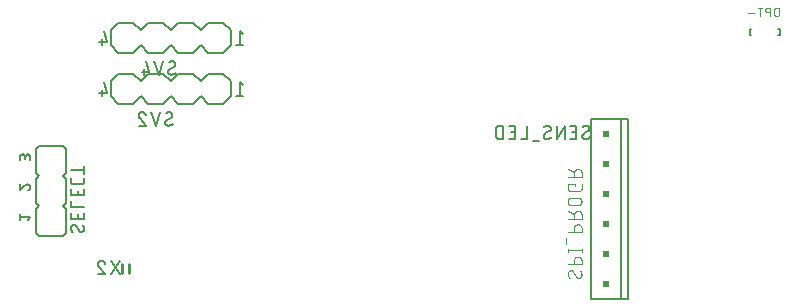
<source format=gbr>
G04 EAGLE Gerber RS-274X export*
G75*
%MOMM*%
%FSLAX34Y34*%
%LPD*%
%INSilkscreen Bottom*%
%IPPOS*%
%AMOC8*
5,1,8,0,0,1.08239X$1,22.5*%
G01*
%ADD10C,0.152400*%
%ADD11C,0.076200*%
%ADD12C,0.127000*%
%ADD13C,0.254000*%
%ADD14R,0.508000X0.508000*%
%ADD15C,0.101600*%


D10*
X807720Y558800D02*
X807720Y553720D01*
X782320Y553720D02*
X782320Y558800D01*
X783590Y558800D01*
X783590Y553720D02*
X782320Y553720D01*
X806450Y553720D02*
X807720Y553720D01*
X807720Y558800D02*
X806450Y558800D01*
D11*
X807339Y571387D02*
X807339Y574661D01*
X807337Y574750D01*
X807331Y574839D01*
X807321Y574928D01*
X807308Y575016D01*
X807291Y575104D01*
X807269Y575191D01*
X807244Y575276D01*
X807216Y575361D01*
X807183Y575444D01*
X807147Y575526D01*
X807108Y575606D01*
X807065Y575684D01*
X807019Y575760D01*
X806969Y575835D01*
X806916Y575907D01*
X806860Y575976D01*
X806801Y576043D01*
X806740Y576108D01*
X806675Y576169D01*
X806608Y576228D01*
X806539Y576284D01*
X806467Y576337D01*
X806392Y576387D01*
X806316Y576433D01*
X806238Y576476D01*
X806158Y576515D01*
X806076Y576551D01*
X805993Y576584D01*
X805908Y576612D01*
X805823Y576637D01*
X805736Y576659D01*
X805648Y576676D01*
X805560Y576689D01*
X805471Y576699D01*
X805382Y576705D01*
X805293Y576707D01*
X805204Y576705D01*
X805115Y576699D01*
X805026Y576689D01*
X804938Y576676D01*
X804850Y576659D01*
X804763Y576637D01*
X804678Y576612D01*
X804593Y576584D01*
X804510Y576551D01*
X804428Y576515D01*
X804348Y576476D01*
X804270Y576433D01*
X804194Y576387D01*
X804119Y576337D01*
X804047Y576284D01*
X803978Y576228D01*
X803911Y576169D01*
X803846Y576108D01*
X803785Y576043D01*
X803726Y575976D01*
X803670Y575907D01*
X803617Y575835D01*
X803567Y575760D01*
X803521Y575684D01*
X803478Y575606D01*
X803439Y575526D01*
X803403Y575444D01*
X803370Y575361D01*
X803342Y575276D01*
X803317Y575191D01*
X803295Y575104D01*
X803278Y575016D01*
X803265Y574928D01*
X803255Y574839D01*
X803249Y574750D01*
X803247Y574661D01*
X803247Y571387D01*
X803249Y571298D01*
X803255Y571209D01*
X803265Y571120D01*
X803278Y571032D01*
X803295Y570944D01*
X803317Y570857D01*
X803342Y570772D01*
X803370Y570687D01*
X803403Y570604D01*
X803439Y570522D01*
X803478Y570442D01*
X803521Y570364D01*
X803567Y570288D01*
X803617Y570213D01*
X803670Y570141D01*
X803726Y570072D01*
X803785Y570005D01*
X803846Y569940D01*
X803911Y569879D01*
X803978Y569820D01*
X804047Y569764D01*
X804119Y569711D01*
X804194Y569661D01*
X804270Y569615D01*
X804348Y569572D01*
X804428Y569533D01*
X804510Y569497D01*
X804593Y569464D01*
X804678Y569436D01*
X804763Y569411D01*
X804850Y569389D01*
X804938Y569372D01*
X805026Y569359D01*
X805115Y569349D01*
X805204Y569343D01*
X805293Y569341D01*
X805382Y569343D01*
X805471Y569349D01*
X805560Y569359D01*
X805648Y569372D01*
X805736Y569389D01*
X805823Y569411D01*
X805908Y569436D01*
X805993Y569464D01*
X806076Y569497D01*
X806158Y569533D01*
X806238Y569572D01*
X806316Y569615D01*
X806392Y569661D01*
X806467Y569711D01*
X806539Y569764D01*
X806608Y569820D01*
X806675Y569879D01*
X806740Y569940D01*
X806801Y570005D01*
X806860Y570072D01*
X806916Y570141D01*
X806969Y570213D01*
X807019Y570288D01*
X807065Y570364D01*
X807108Y570442D01*
X807147Y570522D01*
X807183Y570604D01*
X807216Y570687D01*
X807244Y570772D01*
X807269Y570857D01*
X807291Y570944D01*
X807308Y571032D01*
X807321Y571120D01*
X807331Y571209D01*
X807337Y571298D01*
X807339Y571387D01*
X799662Y569341D02*
X799662Y576707D01*
X797616Y576707D01*
X797527Y576705D01*
X797438Y576699D01*
X797349Y576689D01*
X797261Y576676D01*
X797173Y576659D01*
X797086Y576637D01*
X797001Y576612D01*
X796916Y576584D01*
X796833Y576551D01*
X796751Y576515D01*
X796671Y576476D01*
X796593Y576433D01*
X796517Y576387D01*
X796442Y576337D01*
X796370Y576284D01*
X796301Y576228D01*
X796234Y576169D01*
X796169Y576108D01*
X796108Y576043D01*
X796049Y575976D01*
X795993Y575907D01*
X795940Y575835D01*
X795890Y575760D01*
X795844Y575684D01*
X795801Y575606D01*
X795762Y575526D01*
X795726Y575444D01*
X795693Y575361D01*
X795665Y575276D01*
X795640Y575191D01*
X795618Y575104D01*
X795601Y575016D01*
X795588Y574928D01*
X795578Y574839D01*
X795572Y574750D01*
X795570Y574661D01*
X795572Y574572D01*
X795578Y574483D01*
X795588Y574394D01*
X795601Y574306D01*
X795618Y574218D01*
X795640Y574131D01*
X795665Y574046D01*
X795693Y573961D01*
X795726Y573878D01*
X795762Y573796D01*
X795801Y573716D01*
X795844Y573638D01*
X795890Y573562D01*
X795940Y573487D01*
X795993Y573415D01*
X796049Y573346D01*
X796108Y573279D01*
X796169Y573214D01*
X796234Y573153D01*
X796301Y573094D01*
X796370Y573038D01*
X796442Y572985D01*
X796517Y572935D01*
X796593Y572889D01*
X796671Y572846D01*
X796751Y572807D01*
X796833Y572771D01*
X796916Y572738D01*
X797001Y572710D01*
X797086Y572685D01*
X797173Y572663D01*
X797261Y572646D01*
X797349Y572633D01*
X797438Y572623D01*
X797527Y572617D01*
X797616Y572615D01*
X799662Y572615D01*
X791150Y569341D02*
X791150Y576707D01*
X793196Y576707D02*
X789104Y576707D01*
X786290Y572206D02*
X781380Y572206D01*
D12*
X643255Y465455D02*
X643155Y465457D01*
X643056Y465463D01*
X642956Y465473D01*
X642858Y465486D01*
X642759Y465504D01*
X642662Y465525D01*
X642566Y465550D01*
X642470Y465579D01*
X642376Y465612D01*
X642283Y465648D01*
X642192Y465688D01*
X642102Y465732D01*
X642014Y465779D01*
X641928Y465829D01*
X641844Y465883D01*
X641762Y465940D01*
X641683Y466000D01*
X641605Y466064D01*
X641531Y466130D01*
X641459Y466199D01*
X641390Y466271D01*
X641324Y466345D01*
X641260Y466423D01*
X641200Y466502D01*
X641143Y466584D01*
X641089Y466668D01*
X641039Y466754D01*
X640992Y466842D01*
X640948Y466932D01*
X640908Y467023D01*
X640872Y467116D01*
X640839Y467210D01*
X640810Y467306D01*
X640785Y467402D01*
X640764Y467499D01*
X640746Y467598D01*
X640733Y467696D01*
X640723Y467796D01*
X640717Y467895D01*
X640715Y467995D01*
X643255Y465455D02*
X643396Y465457D01*
X643537Y465462D01*
X643678Y465472D01*
X643819Y465485D01*
X643959Y465501D01*
X644099Y465522D01*
X644238Y465546D01*
X644377Y465574D01*
X644514Y465605D01*
X644651Y465640D01*
X644787Y465678D01*
X644922Y465720D01*
X645055Y465766D01*
X645188Y465815D01*
X645319Y465868D01*
X645448Y465924D01*
X645577Y465983D01*
X645703Y466046D01*
X645828Y466112D01*
X645951Y466181D01*
X646072Y466254D01*
X646191Y466330D01*
X646309Y466409D01*
X646424Y466490D01*
X646536Y466575D01*
X646647Y466663D01*
X646755Y466754D01*
X646861Y466847D01*
X646964Y466944D01*
X647065Y467043D01*
X646748Y474345D02*
X646746Y474445D01*
X646740Y474544D01*
X646730Y474644D01*
X646717Y474742D01*
X646699Y474841D01*
X646678Y474938D01*
X646653Y475034D01*
X646624Y475130D01*
X646591Y475224D01*
X646555Y475317D01*
X646515Y475408D01*
X646471Y475498D01*
X646424Y475586D01*
X646374Y475672D01*
X646320Y475756D01*
X646263Y475838D01*
X646203Y475917D01*
X646139Y475995D01*
X646073Y476069D01*
X646004Y476141D01*
X645932Y476210D01*
X645858Y476276D01*
X645780Y476340D01*
X645701Y476400D01*
X645619Y476457D01*
X645535Y476511D01*
X645449Y476561D01*
X645361Y476608D01*
X645271Y476652D01*
X645180Y476692D01*
X645087Y476728D01*
X644993Y476761D01*
X644897Y476790D01*
X644801Y476815D01*
X644704Y476836D01*
X644605Y476854D01*
X644507Y476867D01*
X644407Y476877D01*
X644308Y476883D01*
X644208Y476885D01*
X644208Y476886D02*
X644075Y476884D01*
X643942Y476879D01*
X643809Y476869D01*
X643676Y476856D01*
X643544Y476839D01*
X643412Y476819D01*
X643281Y476795D01*
X643151Y476767D01*
X643021Y476736D01*
X642893Y476701D01*
X642765Y476662D01*
X642639Y476620D01*
X642514Y476574D01*
X642390Y476525D01*
X642267Y476473D01*
X642146Y476417D01*
X642027Y476357D01*
X641909Y476295D01*
X641794Y476229D01*
X641680Y476160D01*
X641568Y476087D01*
X641458Y476012D01*
X641350Y475933D01*
X645478Y472122D02*
X645562Y472174D01*
X645645Y472229D01*
X645725Y472288D01*
X645803Y472349D01*
X645878Y472413D01*
X645951Y472481D01*
X646022Y472551D01*
X646089Y472623D01*
X646154Y472698D01*
X646216Y472776D01*
X646275Y472856D01*
X646331Y472938D01*
X646383Y473022D01*
X646432Y473108D01*
X646478Y473196D01*
X646521Y473286D01*
X646560Y473377D01*
X646595Y473470D01*
X646627Y473564D01*
X646655Y473659D01*
X646680Y473755D01*
X646700Y473852D01*
X646718Y473950D01*
X646731Y474048D01*
X646740Y474147D01*
X646746Y474246D01*
X646748Y474345D01*
X641985Y470218D02*
X641901Y470166D01*
X641818Y470111D01*
X641738Y470052D01*
X641660Y469991D01*
X641585Y469927D01*
X641512Y469859D01*
X641441Y469789D01*
X641374Y469717D01*
X641309Y469642D01*
X641247Y469564D01*
X641188Y469484D01*
X641132Y469402D01*
X641080Y469318D01*
X641031Y469232D01*
X640985Y469144D01*
X640942Y469054D01*
X640903Y468963D01*
X640868Y468870D01*
X640836Y468776D01*
X640808Y468681D01*
X640783Y468585D01*
X640763Y468488D01*
X640745Y468390D01*
X640732Y468292D01*
X640723Y468193D01*
X640717Y468094D01*
X640715Y467995D01*
X641985Y470218D02*
X645478Y472123D01*
X635610Y465455D02*
X630530Y465455D01*
X635610Y465455D02*
X635610Y476885D01*
X630530Y476885D01*
X631800Y471805D02*
X635610Y471805D01*
X625729Y476885D02*
X625729Y465455D01*
X619379Y465455D02*
X625729Y476885D01*
X619379Y476885D02*
X619379Y465455D01*
X610489Y465455D02*
X610389Y465457D01*
X610290Y465463D01*
X610190Y465473D01*
X610092Y465486D01*
X609993Y465504D01*
X609896Y465525D01*
X609800Y465550D01*
X609704Y465579D01*
X609610Y465612D01*
X609517Y465648D01*
X609426Y465688D01*
X609336Y465732D01*
X609248Y465779D01*
X609162Y465829D01*
X609078Y465883D01*
X608996Y465940D01*
X608917Y466000D01*
X608839Y466064D01*
X608765Y466130D01*
X608693Y466199D01*
X608624Y466271D01*
X608558Y466345D01*
X608494Y466423D01*
X608434Y466502D01*
X608377Y466584D01*
X608323Y466668D01*
X608273Y466754D01*
X608226Y466842D01*
X608182Y466932D01*
X608142Y467023D01*
X608106Y467116D01*
X608073Y467210D01*
X608044Y467306D01*
X608019Y467402D01*
X607998Y467499D01*
X607980Y467598D01*
X607967Y467696D01*
X607957Y467796D01*
X607951Y467895D01*
X607949Y467995D01*
X610489Y465455D02*
X610630Y465457D01*
X610771Y465462D01*
X610912Y465472D01*
X611053Y465485D01*
X611193Y465501D01*
X611333Y465522D01*
X611472Y465546D01*
X611611Y465574D01*
X611748Y465605D01*
X611885Y465640D01*
X612021Y465678D01*
X612156Y465720D01*
X612289Y465766D01*
X612422Y465815D01*
X612553Y465868D01*
X612682Y465924D01*
X612811Y465983D01*
X612937Y466046D01*
X613062Y466112D01*
X613185Y466181D01*
X613306Y466254D01*
X613425Y466330D01*
X613543Y466409D01*
X613658Y466490D01*
X613770Y466575D01*
X613881Y466663D01*
X613989Y466754D01*
X614095Y466847D01*
X614198Y466944D01*
X614299Y467043D01*
X613982Y474345D02*
X613980Y474445D01*
X613974Y474544D01*
X613964Y474644D01*
X613951Y474742D01*
X613933Y474841D01*
X613912Y474938D01*
X613887Y475034D01*
X613858Y475130D01*
X613825Y475224D01*
X613789Y475317D01*
X613749Y475408D01*
X613705Y475498D01*
X613658Y475586D01*
X613608Y475672D01*
X613554Y475756D01*
X613497Y475838D01*
X613437Y475917D01*
X613373Y475995D01*
X613307Y476069D01*
X613238Y476141D01*
X613166Y476210D01*
X613092Y476276D01*
X613014Y476340D01*
X612935Y476400D01*
X612853Y476457D01*
X612769Y476511D01*
X612683Y476561D01*
X612595Y476608D01*
X612505Y476652D01*
X612414Y476692D01*
X612321Y476728D01*
X612227Y476761D01*
X612131Y476790D01*
X612035Y476815D01*
X611938Y476836D01*
X611839Y476854D01*
X611741Y476867D01*
X611641Y476877D01*
X611542Y476883D01*
X611442Y476885D01*
X611442Y476886D02*
X611309Y476884D01*
X611176Y476879D01*
X611043Y476869D01*
X610910Y476856D01*
X610778Y476839D01*
X610646Y476819D01*
X610515Y476795D01*
X610385Y476767D01*
X610255Y476736D01*
X610127Y476701D01*
X609999Y476662D01*
X609873Y476620D01*
X609748Y476574D01*
X609624Y476525D01*
X609501Y476473D01*
X609380Y476417D01*
X609261Y476357D01*
X609143Y476295D01*
X609028Y476229D01*
X608914Y476160D01*
X608802Y476087D01*
X608692Y476012D01*
X608584Y475933D01*
X612712Y472122D02*
X612796Y472174D01*
X612879Y472229D01*
X612959Y472288D01*
X613037Y472349D01*
X613112Y472413D01*
X613185Y472481D01*
X613256Y472551D01*
X613323Y472623D01*
X613388Y472698D01*
X613450Y472776D01*
X613509Y472856D01*
X613565Y472938D01*
X613617Y473022D01*
X613666Y473108D01*
X613712Y473196D01*
X613755Y473286D01*
X613794Y473377D01*
X613829Y473470D01*
X613861Y473564D01*
X613889Y473659D01*
X613914Y473755D01*
X613934Y473852D01*
X613952Y473950D01*
X613965Y474048D01*
X613974Y474147D01*
X613980Y474246D01*
X613982Y474345D01*
X609219Y470218D02*
X609135Y470166D01*
X609052Y470111D01*
X608972Y470052D01*
X608894Y469991D01*
X608819Y469927D01*
X608746Y469859D01*
X608675Y469789D01*
X608608Y469717D01*
X608543Y469642D01*
X608481Y469564D01*
X608422Y469484D01*
X608366Y469402D01*
X608314Y469318D01*
X608265Y469232D01*
X608219Y469144D01*
X608176Y469054D01*
X608137Y468963D01*
X608102Y468870D01*
X608070Y468776D01*
X608042Y468681D01*
X608017Y468585D01*
X607997Y468488D01*
X607979Y468390D01*
X607966Y468292D01*
X607957Y468193D01*
X607951Y468094D01*
X607949Y467995D01*
X609219Y470218D02*
X612712Y472123D01*
X603758Y464185D02*
X598678Y464185D01*
X593700Y465455D02*
X593700Y476885D01*
X593700Y465455D02*
X588620Y465455D01*
X583794Y465455D02*
X578714Y465455D01*
X583794Y465455D02*
X583794Y476885D01*
X578714Y476885D01*
X579984Y471805D02*
X583794Y471805D01*
X573913Y476885D02*
X573913Y465455D01*
X573913Y476885D02*
X570738Y476885D01*
X570627Y476883D01*
X570517Y476877D01*
X570406Y476868D01*
X570296Y476854D01*
X570187Y476837D01*
X570078Y476816D01*
X569970Y476791D01*
X569863Y476762D01*
X569757Y476730D01*
X569652Y476694D01*
X569549Y476654D01*
X569447Y476611D01*
X569346Y476564D01*
X569247Y476513D01*
X569151Y476460D01*
X569056Y476403D01*
X568963Y476342D01*
X568872Y476279D01*
X568783Y476212D01*
X568697Y476142D01*
X568614Y476069D01*
X568532Y475994D01*
X568454Y475916D01*
X568379Y475834D01*
X568306Y475751D01*
X568236Y475665D01*
X568169Y475576D01*
X568106Y475485D01*
X568045Y475392D01*
X567988Y475298D01*
X567935Y475201D01*
X567884Y475102D01*
X567837Y475001D01*
X567794Y474899D01*
X567754Y474796D01*
X567718Y474691D01*
X567686Y474585D01*
X567657Y474478D01*
X567632Y474370D01*
X567611Y474261D01*
X567594Y474152D01*
X567580Y474042D01*
X567571Y473931D01*
X567565Y473821D01*
X567563Y473710D01*
X567563Y468630D01*
X567565Y468519D01*
X567571Y468409D01*
X567580Y468298D01*
X567594Y468188D01*
X567611Y468079D01*
X567632Y467970D01*
X567657Y467862D01*
X567686Y467755D01*
X567718Y467649D01*
X567754Y467544D01*
X567794Y467441D01*
X567837Y467339D01*
X567884Y467238D01*
X567935Y467139D01*
X567988Y467043D01*
X568045Y466948D01*
X568106Y466855D01*
X568169Y466764D01*
X568236Y466675D01*
X568306Y466589D01*
X568379Y466506D01*
X568454Y466424D01*
X568532Y466346D01*
X568614Y466271D01*
X568697Y466198D01*
X568783Y466128D01*
X568872Y466061D01*
X568963Y465998D01*
X569056Y465937D01*
X569151Y465880D01*
X569247Y465827D01*
X569346Y465776D01*
X569447Y465729D01*
X569549Y465686D01*
X569652Y465646D01*
X569757Y465610D01*
X569863Y465578D01*
X569970Y465549D01*
X570078Y465524D01*
X570187Y465503D01*
X570296Y465486D01*
X570406Y465472D01*
X570517Y465463D01*
X570627Y465457D01*
X570738Y465455D01*
X573913Y465455D01*
D13*
X257302Y359410D02*
X257302Y351790D01*
X250698Y351790D02*
X250698Y359410D01*
D12*
X248920Y351155D02*
X241300Y362585D01*
X248920Y362585D02*
X241300Y351155D01*
X230505Y359728D02*
X230507Y359832D01*
X230513Y359937D01*
X230522Y360041D01*
X230535Y360144D01*
X230553Y360247D01*
X230573Y360349D01*
X230598Y360451D01*
X230626Y360551D01*
X230658Y360651D01*
X230694Y360749D01*
X230733Y360846D01*
X230775Y360941D01*
X230821Y361035D01*
X230871Y361127D01*
X230923Y361217D01*
X230979Y361305D01*
X231039Y361391D01*
X231101Y361475D01*
X231166Y361556D01*
X231234Y361635D01*
X231306Y361712D01*
X231379Y361785D01*
X231456Y361857D01*
X231535Y361925D01*
X231616Y361990D01*
X231700Y362052D01*
X231786Y362112D01*
X231874Y362168D01*
X231964Y362220D01*
X232056Y362270D01*
X232150Y362316D01*
X232245Y362358D01*
X232342Y362397D01*
X232440Y362433D01*
X232540Y362465D01*
X232640Y362493D01*
X232742Y362518D01*
X232844Y362538D01*
X232947Y362556D01*
X233050Y362569D01*
X233154Y362578D01*
X233259Y362584D01*
X233363Y362586D01*
X233363Y362585D02*
X233481Y362583D01*
X233600Y362577D01*
X233718Y362568D01*
X233835Y362555D01*
X233952Y362537D01*
X234069Y362517D01*
X234185Y362492D01*
X234300Y362464D01*
X234413Y362431D01*
X234526Y362396D01*
X234638Y362356D01*
X234748Y362314D01*
X234857Y362267D01*
X234965Y362217D01*
X235070Y362164D01*
X235174Y362107D01*
X235276Y362047D01*
X235376Y361984D01*
X235474Y361917D01*
X235570Y361848D01*
X235663Y361775D01*
X235754Y361699D01*
X235843Y361621D01*
X235929Y361539D01*
X236012Y361455D01*
X236093Y361369D01*
X236170Y361279D01*
X236245Y361188D01*
X236317Y361094D01*
X236386Y360997D01*
X236451Y360899D01*
X236514Y360798D01*
X236573Y360695D01*
X236629Y360591D01*
X236681Y360485D01*
X236730Y360377D01*
X236775Y360268D01*
X236817Y360157D01*
X236855Y360045D01*
X231457Y357506D02*
X231381Y357581D01*
X231306Y357660D01*
X231235Y357741D01*
X231166Y357825D01*
X231101Y357911D01*
X231039Y357999D01*
X230979Y358089D01*
X230923Y358181D01*
X230870Y358276D01*
X230821Y358372D01*
X230775Y358470D01*
X230732Y358569D01*
X230693Y358670D01*
X230658Y358772D01*
X230626Y358875D01*
X230598Y358979D01*
X230573Y359084D01*
X230552Y359191D01*
X230535Y359297D01*
X230522Y359404D01*
X230513Y359512D01*
X230507Y359620D01*
X230505Y359728D01*
X231458Y357505D02*
X236855Y351155D01*
X230505Y351155D01*
D10*
X647700Y330200D02*
X673100Y330200D01*
X673100Y482600D01*
X647700Y482600D01*
X647700Y330200D01*
X673100Y330200D02*
X679450Y330200D01*
X679450Y482600D01*
X673100Y482600D01*
D14*
X660400Y393700D03*
X660400Y368300D03*
X660400Y342900D03*
X660400Y419100D03*
X660400Y444500D03*
X660400Y469900D03*
D15*
X630992Y354217D02*
X630893Y354215D01*
X630793Y354209D01*
X630694Y354200D01*
X630596Y354187D01*
X630498Y354170D01*
X630400Y354149D01*
X630304Y354124D01*
X630209Y354096D01*
X630115Y354064D01*
X630022Y354029D01*
X629930Y353990D01*
X629840Y353947D01*
X629752Y353902D01*
X629665Y353852D01*
X629581Y353800D01*
X629498Y353744D01*
X629418Y353686D01*
X629340Y353624D01*
X629265Y353559D01*
X629192Y353491D01*
X629122Y353421D01*
X629054Y353348D01*
X628989Y353273D01*
X628927Y353195D01*
X628869Y353115D01*
X628813Y353032D01*
X628761Y352948D01*
X628711Y352861D01*
X628666Y352773D01*
X628623Y352683D01*
X628584Y352591D01*
X628549Y352498D01*
X628517Y352404D01*
X628489Y352309D01*
X628464Y352213D01*
X628443Y352115D01*
X628426Y352017D01*
X628413Y351919D01*
X628404Y351820D01*
X628398Y351720D01*
X628396Y351621D01*
X628398Y351477D01*
X628404Y351332D01*
X628413Y351188D01*
X628426Y351045D01*
X628443Y350901D01*
X628464Y350758D01*
X628489Y350616D01*
X628517Y350475D01*
X628549Y350334D01*
X628585Y350194D01*
X628624Y350055D01*
X628667Y349917D01*
X628714Y349781D01*
X628764Y349645D01*
X628818Y349511D01*
X628875Y349379D01*
X628936Y349248D01*
X629000Y349119D01*
X629068Y348991D01*
X629138Y348865D01*
X629213Y348741D01*
X629290Y348620D01*
X629371Y348500D01*
X629454Y348382D01*
X629541Y348267D01*
X629631Y348154D01*
X629724Y348043D01*
X629819Y347935D01*
X629918Y347829D01*
X630019Y347726D01*
X637484Y348051D02*
X637583Y348053D01*
X637683Y348059D01*
X637782Y348068D01*
X637880Y348081D01*
X637978Y348098D01*
X638076Y348119D01*
X638172Y348144D01*
X638267Y348172D01*
X638361Y348204D01*
X638454Y348239D01*
X638546Y348278D01*
X638636Y348321D01*
X638724Y348366D01*
X638811Y348416D01*
X638895Y348468D01*
X638978Y348524D01*
X639058Y348582D01*
X639136Y348644D01*
X639211Y348709D01*
X639284Y348777D01*
X639354Y348847D01*
X639422Y348920D01*
X639487Y348995D01*
X639549Y349073D01*
X639607Y349153D01*
X639663Y349236D01*
X639715Y349320D01*
X639765Y349407D01*
X639810Y349495D01*
X639853Y349585D01*
X639892Y349677D01*
X639927Y349770D01*
X639959Y349864D01*
X639987Y349959D01*
X640012Y350056D01*
X640033Y350153D01*
X640050Y350251D01*
X640063Y350349D01*
X640072Y350448D01*
X640078Y350548D01*
X640080Y350647D01*
X640078Y350783D01*
X640072Y350919D01*
X640063Y351055D01*
X640050Y351191D01*
X640032Y351326D01*
X640012Y351460D01*
X639987Y351594D01*
X639959Y351728D01*
X639926Y351860D01*
X639891Y351991D01*
X639851Y352122D01*
X639808Y352251D01*
X639762Y352379D01*
X639711Y352505D01*
X639658Y352631D01*
X639600Y352754D01*
X639540Y352876D01*
X639476Y352996D01*
X639408Y353115D01*
X639338Y353231D01*
X639264Y353345D01*
X639187Y353458D01*
X639106Y353568D01*
X635212Y349349D02*
X635265Y349263D01*
X635322Y349179D01*
X635381Y349097D01*
X635444Y349017D01*
X635510Y348940D01*
X635578Y348865D01*
X635650Y348793D01*
X635724Y348724D01*
X635801Y348658D01*
X635880Y348595D01*
X635962Y348535D01*
X636046Y348478D01*
X636132Y348424D01*
X636220Y348374D01*
X636310Y348327D01*
X636401Y348283D01*
X636495Y348244D01*
X636589Y348207D01*
X636685Y348175D01*
X636783Y348146D01*
X636881Y348121D01*
X636980Y348100D01*
X637080Y348082D01*
X637180Y348069D01*
X637281Y348059D01*
X637383Y348053D01*
X637484Y348051D01*
X633264Y352919D02*
X633211Y353005D01*
X633154Y353089D01*
X633095Y353171D01*
X633032Y353251D01*
X632966Y353328D01*
X632898Y353403D01*
X632826Y353475D01*
X632752Y353544D01*
X632675Y353610D01*
X632596Y353673D01*
X632514Y353733D01*
X632430Y353790D01*
X632344Y353844D01*
X632256Y353894D01*
X632166Y353941D01*
X632075Y353985D01*
X631981Y354024D01*
X631887Y354061D01*
X631791Y354093D01*
X631693Y354122D01*
X631595Y354147D01*
X631496Y354168D01*
X631396Y354186D01*
X631296Y354199D01*
X631195Y354209D01*
X631093Y354215D01*
X630992Y354217D01*
X633264Y352919D02*
X635212Y349349D01*
X640080Y359325D02*
X628396Y359325D01*
X640080Y359325D02*
X640080Y362571D01*
X640078Y362684D01*
X640072Y362797D01*
X640062Y362910D01*
X640048Y363023D01*
X640031Y363135D01*
X640009Y363246D01*
X639984Y363356D01*
X639954Y363466D01*
X639921Y363574D01*
X639884Y363681D01*
X639844Y363787D01*
X639799Y363891D01*
X639751Y363994D01*
X639700Y364095D01*
X639645Y364194D01*
X639587Y364291D01*
X639525Y364386D01*
X639460Y364479D01*
X639392Y364569D01*
X639321Y364657D01*
X639246Y364743D01*
X639169Y364826D01*
X639089Y364906D01*
X639006Y364983D01*
X638920Y365058D01*
X638832Y365129D01*
X638742Y365197D01*
X638649Y365262D01*
X638554Y365324D01*
X638457Y365382D01*
X638358Y365437D01*
X638257Y365488D01*
X638154Y365536D01*
X638050Y365581D01*
X637944Y365621D01*
X637837Y365658D01*
X637729Y365691D01*
X637619Y365721D01*
X637509Y365746D01*
X637398Y365768D01*
X637286Y365785D01*
X637173Y365799D01*
X637060Y365809D01*
X636947Y365815D01*
X636834Y365817D01*
X636721Y365815D01*
X636608Y365809D01*
X636495Y365799D01*
X636382Y365785D01*
X636270Y365768D01*
X636159Y365746D01*
X636049Y365721D01*
X635939Y365691D01*
X635831Y365658D01*
X635724Y365621D01*
X635618Y365581D01*
X635514Y365536D01*
X635411Y365488D01*
X635310Y365437D01*
X635211Y365382D01*
X635114Y365324D01*
X635019Y365262D01*
X634926Y365197D01*
X634836Y365129D01*
X634748Y365058D01*
X634662Y364983D01*
X634579Y364906D01*
X634499Y364826D01*
X634422Y364743D01*
X634347Y364657D01*
X634276Y364569D01*
X634208Y364479D01*
X634143Y364386D01*
X634081Y364291D01*
X634023Y364194D01*
X633968Y364095D01*
X633917Y363994D01*
X633869Y363891D01*
X633824Y363787D01*
X633784Y363681D01*
X633747Y363574D01*
X633714Y363466D01*
X633684Y363356D01*
X633659Y363246D01*
X633637Y363135D01*
X633620Y363023D01*
X633606Y362910D01*
X633596Y362797D01*
X633590Y362684D01*
X633588Y362571D01*
X633589Y362571D02*
X633589Y359325D01*
X628396Y371165D02*
X640080Y371165D01*
X628396Y369866D02*
X628396Y372463D01*
X640080Y372463D02*
X640080Y369866D01*
X627098Y376569D02*
X627098Y381762D01*
X628396Y386757D02*
X640080Y386757D01*
X640080Y390003D01*
X640078Y390116D01*
X640072Y390229D01*
X640062Y390342D01*
X640048Y390455D01*
X640031Y390567D01*
X640009Y390678D01*
X639984Y390788D01*
X639954Y390898D01*
X639921Y391006D01*
X639884Y391113D01*
X639844Y391219D01*
X639799Y391323D01*
X639751Y391426D01*
X639700Y391527D01*
X639645Y391626D01*
X639587Y391723D01*
X639525Y391818D01*
X639460Y391911D01*
X639392Y392001D01*
X639321Y392089D01*
X639246Y392175D01*
X639169Y392258D01*
X639089Y392338D01*
X639006Y392415D01*
X638920Y392490D01*
X638832Y392561D01*
X638742Y392629D01*
X638649Y392694D01*
X638554Y392756D01*
X638457Y392814D01*
X638358Y392869D01*
X638257Y392920D01*
X638154Y392968D01*
X638050Y393013D01*
X637944Y393053D01*
X637837Y393090D01*
X637729Y393123D01*
X637619Y393153D01*
X637509Y393178D01*
X637398Y393200D01*
X637286Y393217D01*
X637173Y393231D01*
X637060Y393241D01*
X636947Y393247D01*
X636834Y393249D01*
X636721Y393247D01*
X636608Y393241D01*
X636495Y393231D01*
X636382Y393217D01*
X636270Y393200D01*
X636159Y393178D01*
X636049Y393153D01*
X635939Y393123D01*
X635831Y393090D01*
X635724Y393053D01*
X635618Y393013D01*
X635514Y392968D01*
X635411Y392920D01*
X635310Y392869D01*
X635211Y392814D01*
X635114Y392756D01*
X635019Y392694D01*
X634926Y392629D01*
X634836Y392561D01*
X634748Y392490D01*
X634662Y392415D01*
X634579Y392338D01*
X634499Y392258D01*
X634422Y392175D01*
X634347Y392089D01*
X634276Y392001D01*
X634208Y391911D01*
X634143Y391818D01*
X634081Y391723D01*
X634023Y391626D01*
X633968Y391527D01*
X633917Y391426D01*
X633869Y391323D01*
X633824Y391219D01*
X633784Y391113D01*
X633747Y391006D01*
X633714Y390898D01*
X633684Y390788D01*
X633659Y390678D01*
X633637Y390567D01*
X633620Y390455D01*
X633606Y390342D01*
X633596Y390229D01*
X633590Y390116D01*
X633588Y390003D01*
X633589Y390003D02*
X633589Y386757D01*
X628396Y398092D02*
X640080Y398092D01*
X640080Y401337D01*
X640078Y401450D01*
X640072Y401563D01*
X640062Y401676D01*
X640048Y401789D01*
X640031Y401901D01*
X640009Y402012D01*
X639984Y402122D01*
X639954Y402232D01*
X639921Y402340D01*
X639884Y402447D01*
X639844Y402553D01*
X639799Y402657D01*
X639751Y402760D01*
X639700Y402861D01*
X639645Y402960D01*
X639587Y403057D01*
X639525Y403152D01*
X639460Y403245D01*
X639392Y403335D01*
X639321Y403423D01*
X639246Y403509D01*
X639169Y403592D01*
X639089Y403672D01*
X639006Y403749D01*
X638920Y403824D01*
X638832Y403895D01*
X638742Y403963D01*
X638649Y404028D01*
X638554Y404090D01*
X638457Y404148D01*
X638358Y404203D01*
X638257Y404254D01*
X638154Y404302D01*
X638050Y404347D01*
X637944Y404387D01*
X637837Y404424D01*
X637729Y404457D01*
X637619Y404487D01*
X637509Y404512D01*
X637398Y404534D01*
X637286Y404551D01*
X637173Y404565D01*
X637060Y404575D01*
X636947Y404581D01*
X636834Y404583D01*
X636721Y404581D01*
X636608Y404575D01*
X636495Y404565D01*
X636382Y404551D01*
X636270Y404534D01*
X636159Y404512D01*
X636049Y404487D01*
X635939Y404457D01*
X635831Y404424D01*
X635724Y404387D01*
X635618Y404347D01*
X635514Y404302D01*
X635411Y404254D01*
X635310Y404203D01*
X635211Y404148D01*
X635114Y404090D01*
X635019Y404028D01*
X634926Y403963D01*
X634836Y403895D01*
X634748Y403824D01*
X634662Y403749D01*
X634579Y403672D01*
X634499Y403592D01*
X634422Y403509D01*
X634347Y403423D01*
X634276Y403335D01*
X634208Y403245D01*
X634143Y403152D01*
X634081Y403057D01*
X634023Y402960D01*
X633968Y402861D01*
X633917Y402760D01*
X633869Y402657D01*
X633824Y402553D01*
X633784Y402447D01*
X633747Y402340D01*
X633714Y402232D01*
X633684Y402122D01*
X633659Y402012D01*
X633637Y401901D01*
X633620Y401789D01*
X633606Y401676D01*
X633596Y401563D01*
X633590Y401450D01*
X633588Y401337D01*
X633589Y401337D02*
X633589Y398092D01*
X633589Y401986D02*
X628396Y404583D01*
X631642Y409448D02*
X636834Y409448D01*
X636834Y409447D02*
X636947Y409449D01*
X637060Y409455D01*
X637173Y409465D01*
X637286Y409479D01*
X637398Y409496D01*
X637509Y409518D01*
X637619Y409543D01*
X637729Y409573D01*
X637837Y409606D01*
X637944Y409643D01*
X638050Y409683D01*
X638154Y409728D01*
X638257Y409776D01*
X638358Y409827D01*
X638457Y409882D01*
X638554Y409940D01*
X638649Y410002D01*
X638742Y410067D01*
X638832Y410135D01*
X638920Y410206D01*
X639006Y410281D01*
X639089Y410358D01*
X639169Y410438D01*
X639246Y410521D01*
X639321Y410607D01*
X639392Y410695D01*
X639460Y410785D01*
X639525Y410878D01*
X639587Y410973D01*
X639645Y411070D01*
X639700Y411169D01*
X639751Y411270D01*
X639799Y411373D01*
X639844Y411477D01*
X639884Y411583D01*
X639921Y411690D01*
X639954Y411798D01*
X639984Y411908D01*
X640009Y412018D01*
X640031Y412129D01*
X640048Y412241D01*
X640062Y412354D01*
X640072Y412467D01*
X640078Y412580D01*
X640080Y412693D01*
X640078Y412806D01*
X640072Y412919D01*
X640062Y413032D01*
X640048Y413145D01*
X640031Y413257D01*
X640009Y413368D01*
X639984Y413478D01*
X639954Y413588D01*
X639921Y413696D01*
X639884Y413803D01*
X639844Y413909D01*
X639799Y414013D01*
X639751Y414116D01*
X639700Y414217D01*
X639645Y414316D01*
X639587Y414413D01*
X639525Y414508D01*
X639460Y414601D01*
X639392Y414691D01*
X639321Y414779D01*
X639246Y414865D01*
X639169Y414948D01*
X639089Y415028D01*
X639006Y415105D01*
X638920Y415180D01*
X638832Y415251D01*
X638742Y415319D01*
X638649Y415384D01*
X638554Y415446D01*
X638457Y415504D01*
X638358Y415559D01*
X638257Y415610D01*
X638154Y415658D01*
X638050Y415703D01*
X637944Y415743D01*
X637837Y415780D01*
X637729Y415813D01*
X637619Y415843D01*
X637509Y415868D01*
X637398Y415890D01*
X637286Y415907D01*
X637173Y415921D01*
X637060Y415931D01*
X636947Y415937D01*
X636834Y415939D01*
X631642Y415939D01*
X631529Y415937D01*
X631416Y415931D01*
X631303Y415921D01*
X631190Y415907D01*
X631078Y415890D01*
X630967Y415868D01*
X630857Y415843D01*
X630747Y415813D01*
X630639Y415780D01*
X630532Y415743D01*
X630426Y415703D01*
X630322Y415658D01*
X630219Y415610D01*
X630118Y415559D01*
X630019Y415504D01*
X629922Y415446D01*
X629827Y415384D01*
X629734Y415319D01*
X629644Y415251D01*
X629556Y415180D01*
X629470Y415105D01*
X629387Y415028D01*
X629307Y414948D01*
X629230Y414865D01*
X629155Y414779D01*
X629084Y414691D01*
X629016Y414601D01*
X628951Y414508D01*
X628889Y414413D01*
X628831Y414316D01*
X628776Y414217D01*
X628725Y414116D01*
X628677Y414013D01*
X628632Y413909D01*
X628592Y413803D01*
X628555Y413696D01*
X628522Y413588D01*
X628492Y413478D01*
X628467Y413368D01*
X628445Y413257D01*
X628428Y413145D01*
X628414Y413032D01*
X628404Y412919D01*
X628398Y412806D01*
X628396Y412693D01*
X628398Y412580D01*
X628404Y412467D01*
X628414Y412354D01*
X628428Y412241D01*
X628445Y412129D01*
X628467Y412018D01*
X628492Y411908D01*
X628522Y411798D01*
X628555Y411690D01*
X628592Y411583D01*
X628632Y411477D01*
X628677Y411373D01*
X628725Y411270D01*
X628776Y411169D01*
X628831Y411070D01*
X628889Y410973D01*
X628951Y410878D01*
X629016Y410785D01*
X629084Y410695D01*
X629155Y410607D01*
X629230Y410521D01*
X629307Y410438D01*
X629387Y410358D01*
X629470Y410281D01*
X629556Y410206D01*
X629644Y410135D01*
X629734Y410067D01*
X629827Y410002D01*
X629922Y409940D01*
X630019Y409882D01*
X630118Y409827D01*
X630219Y409776D01*
X630322Y409728D01*
X630426Y409683D01*
X630532Y409643D01*
X630639Y409606D01*
X630747Y409573D01*
X630857Y409543D01*
X630967Y409518D01*
X631078Y409496D01*
X631190Y409479D01*
X631303Y409465D01*
X631416Y409455D01*
X631529Y409449D01*
X631642Y409447D01*
X634887Y425803D02*
X634887Y427750D01*
X628396Y427750D01*
X628396Y423855D01*
X628398Y423756D01*
X628404Y423656D01*
X628413Y423557D01*
X628426Y423459D01*
X628443Y423361D01*
X628464Y423263D01*
X628489Y423167D01*
X628517Y423072D01*
X628549Y422978D01*
X628584Y422885D01*
X628623Y422793D01*
X628666Y422703D01*
X628711Y422615D01*
X628761Y422528D01*
X628813Y422444D01*
X628869Y422361D01*
X628927Y422281D01*
X628989Y422203D01*
X629054Y422128D01*
X629122Y422055D01*
X629192Y421985D01*
X629265Y421917D01*
X629340Y421852D01*
X629418Y421790D01*
X629498Y421732D01*
X629581Y421676D01*
X629665Y421624D01*
X629752Y421574D01*
X629840Y421529D01*
X629930Y421486D01*
X630022Y421447D01*
X630115Y421412D01*
X630209Y421380D01*
X630304Y421352D01*
X630400Y421327D01*
X630498Y421306D01*
X630596Y421289D01*
X630694Y421276D01*
X630793Y421267D01*
X630893Y421261D01*
X630992Y421259D01*
X637484Y421259D01*
X637583Y421261D01*
X637683Y421267D01*
X637782Y421276D01*
X637880Y421289D01*
X637978Y421306D01*
X638076Y421327D01*
X638172Y421352D01*
X638267Y421380D01*
X638361Y421412D01*
X638454Y421447D01*
X638546Y421486D01*
X638636Y421529D01*
X638724Y421574D01*
X638811Y421624D01*
X638895Y421676D01*
X638978Y421732D01*
X639058Y421790D01*
X639136Y421852D01*
X639211Y421917D01*
X639284Y421985D01*
X639354Y422055D01*
X639422Y422128D01*
X639487Y422203D01*
X639549Y422281D01*
X639607Y422361D01*
X639663Y422444D01*
X639715Y422528D01*
X639765Y422615D01*
X639810Y422703D01*
X639853Y422793D01*
X639892Y422885D01*
X639927Y422977D01*
X639959Y423072D01*
X639987Y423167D01*
X640012Y423263D01*
X640033Y423361D01*
X640050Y423459D01*
X640063Y423557D01*
X640072Y423656D01*
X640078Y423756D01*
X640080Y423855D01*
X640080Y427750D01*
X640080Y433524D02*
X628396Y433524D01*
X640080Y433524D02*
X640080Y436770D01*
X640078Y436883D01*
X640072Y436996D01*
X640062Y437109D01*
X640048Y437222D01*
X640031Y437334D01*
X640009Y437445D01*
X639984Y437555D01*
X639954Y437665D01*
X639921Y437773D01*
X639884Y437880D01*
X639844Y437986D01*
X639799Y438090D01*
X639751Y438193D01*
X639700Y438294D01*
X639645Y438393D01*
X639587Y438490D01*
X639525Y438585D01*
X639460Y438678D01*
X639392Y438768D01*
X639321Y438856D01*
X639246Y438942D01*
X639169Y439025D01*
X639089Y439105D01*
X639006Y439182D01*
X638920Y439257D01*
X638832Y439328D01*
X638742Y439396D01*
X638649Y439461D01*
X638554Y439523D01*
X638457Y439581D01*
X638358Y439636D01*
X638257Y439687D01*
X638154Y439735D01*
X638050Y439780D01*
X637944Y439820D01*
X637837Y439857D01*
X637729Y439890D01*
X637619Y439920D01*
X637509Y439945D01*
X637398Y439967D01*
X637286Y439984D01*
X637173Y439998D01*
X637060Y440008D01*
X636947Y440014D01*
X636834Y440016D01*
X636721Y440014D01*
X636608Y440008D01*
X636495Y439998D01*
X636382Y439984D01*
X636270Y439967D01*
X636159Y439945D01*
X636049Y439920D01*
X635939Y439890D01*
X635831Y439857D01*
X635724Y439820D01*
X635618Y439780D01*
X635514Y439735D01*
X635411Y439687D01*
X635310Y439636D01*
X635211Y439581D01*
X635114Y439523D01*
X635019Y439461D01*
X634926Y439396D01*
X634836Y439328D01*
X634748Y439257D01*
X634662Y439182D01*
X634579Y439105D01*
X634499Y439025D01*
X634422Y438942D01*
X634347Y438856D01*
X634276Y438768D01*
X634208Y438678D01*
X634143Y438585D01*
X634081Y438490D01*
X634023Y438393D01*
X633968Y438294D01*
X633917Y438193D01*
X633869Y438090D01*
X633824Y437986D01*
X633784Y437880D01*
X633747Y437773D01*
X633714Y437665D01*
X633684Y437555D01*
X633659Y437445D01*
X633637Y437334D01*
X633620Y437222D01*
X633606Y437109D01*
X633596Y436996D01*
X633590Y436883D01*
X633588Y436770D01*
X633589Y436770D02*
X633589Y433524D01*
X633589Y437419D02*
X628396Y440016D01*
D10*
X336550Y520700D02*
X323850Y520700D01*
X317500Y514350D01*
X317500Y501650D02*
X323850Y495300D01*
X317500Y514350D02*
X311150Y520700D01*
X298450Y520700D01*
X292100Y514350D01*
X292100Y501650D02*
X298450Y495300D01*
X311150Y495300D01*
X317500Y501650D01*
X342900Y501650D02*
X342900Y514350D01*
X336550Y520700D01*
X342900Y501650D02*
X336550Y495300D01*
X323850Y495300D01*
X292100Y514350D02*
X285750Y520700D01*
X273050Y520700D01*
X266700Y514350D01*
X266700Y501650D02*
X273050Y495300D01*
X285750Y495300D01*
X292100Y501650D01*
X260350Y520700D02*
X247650Y520700D01*
X241300Y514350D01*
X241300Y501650D01*
X247650Y495300D01*
X266700Y514350D02*
X260350Y520700D01*
X266700Y501650D02*
X260350Y495300D01*
X247650Y495300D01*
D12*
X350520Y513715D02*
X353695Y511175D01*
X350520Y513715D02*
X350520Y502285D01*
X353695Y502285D02*
X347345Y502285D01*
X238125Y504825D02*
X235585Y513715D01*
X238125Y504825D02*
X231775Y504825D01*
X233680Y507365D02*
X233680Y502285D01*
X287655Y479425D02*
X287657Y479325D01*
X287663Y479226D01*
X287673Y479126D01*
X287686Y479028D01*
X287704Y478929D01*
X287725Y478832D01*
X287750Y478736D01*
X287779Y478640D01*
X287812Y478546D01*
X287848Y478453D01*
X287888Y478362D01*
X287932Y478272D01*
X287979Y478184D01*
X288029Y478098D01*
X288083Y478014D01*
X288140Y477932D01*
X288200Y477853D01*
X288264Y477775D01*
X288330Y477701D01*
X288399Y477629D01*
X288471Y477560D01*
X288545Y477494D01*
X288623Y477430D01*
X288702Y477370D01*
X288784Y477313D01*
X288868Y477259D01*
X288954Y477209D01*
X289042Y477162D01*
X289132Y477118D01*
X289223Y477078D01*
X289316Y477042D01*
X289410Y477009D01*
X289506Y476980D01*
X289602Y476955D01*
X289699Y476934D01*
X289798Y476916D01*
X289896Y476903D01*
X289996Y476893D01*
X290095Y476887D01*
X290195Y476885D01*
X290336Y476887D01*
X290477Y476892D01*
X290618Y476902D01*
X290759Y476915D01*
X290899Y476931D01*
X291039Y476952D01*
X291178Y476976D01*
X291317Y477004D01*
X291454Y477035D01*
X291591Y477070D01*
X291727Y477108D01*
X291862Y477150D01*
X291995Y477196D01*
X292128Y477245D01*
X292259Y477298D01*
X292388Y477354D01*
X292517Y477413D01*
X292643Y477476D01*
X292768Y477542D01*
X292891Y477611D01*
X293012Y477684D01*
X293131Y477760D01*
X293249Y477839D01*
X293364Y477920D01*
X293476Y478005D01*
X293587Y478093D01*
X293695Y478184D01*
X293801Y478277D01*
X293904Y478374D01*
X294005Y478473D01*
X293688Y485775D02*
X293686Y485875D01*
X293680Y485974D01*
X293670Y486074D01*
X293657Y486172D01*
X293639Y486271D01*
X293618Y486368D01*
X293593Y486464D01*
X293564Y486560D01*
X293531Y486654D01*
X293495Y486747D01*
X293455Y486838D01*
X293411Y486928D01*
X293364Y487016D01*
X293314Y487102D01*
X293260Y487186D01*
X293203Y487268D01*
X293143Y487347D01*
X293079Y487425D01*
X293013Y487499D01*
X292944Y487571D01*
X292872Y487640D01*
X292798Y487706D01*
X292720Y487770D01*
X292641Y487830D01*
X292559Y487887D01*
X292475Y487941D01*
X292389Y487991D01*
X292301Y488038D01*
X292211Y488082D01*
X292120Y488122D01*
X292027Y488158D01*
X291933Y488191D01*
X291837Y488220D01*
X291741Y488245D01*
X291644Y488266D01*
X291545Y488284D01*
X291447Y488297D01*
X291347Y488307D01*
X291248Y488313D01*
X291148Y488315D01*
X291148Y488316D02*
X291015Y488314D01*
X290882Y488309D01*
X290749Y488299D01*
X290616Y488286D01*
X290484Y488269D01*
X290352Y488249D01*
X290221Y488225D01*
X290091Y488197D01*
X289961Y488166D01*
X289833Y488131D01*
X289705Y488092D01*
X289579Y488050D01*
X289454Y488004D01*
X289330Y487955D01*
X289207Y487903D01*
X289086Y487847D01*
X288967Y487787D01*
X288849Y487725D01*
X288734Y487659D01*
X288620Y487590D01*
X288508Y487517D01*
X288398Y487442D01*
X288290Y487363D01*
X292418Y483552D02*
X292502Y483604D01*
X292585Y483659D01*
X292665Y483718D01*
X292743Y483779D01*
X292818Y483843D01*
X292891Y483911D01*
X292962Y483981D01*
X293029Y484053D01*
X293094Y484128D01*
X293156Y484206D01*
X293215Y484286D01*
X293271Y484368D01*
X293323Y484452D01*
X293372Y484538D01*
X293418Y484626D01*
X293461Y484716D01*
X293500Y484807D01*
X293535Y484900D01*
X293567Y484994D01*
X293595Y485089D01*
X293620Y485185D01*
X293640Y485282D01*
X293658Y485380D01*
X293671Y485478D01*
X293680Y485577D01*
X293686Y485676D01*
X293688Y485775D01*
X288925Y481648D02*
X288841Y481596D01*
X288758Y481541D01*
X288678Y481482D01*
X288600Y481421D01*
X288525Y481357D01*
X288452Y481289D01*
X288381Y481219D01*
X288314Y481147D01*
X288249Y481072D01*
X288187Y480994D01*
X288128Y480914D01*
X288072Y480832D01*
X288020Y480748D01*
X287971Y480662D01*
X287925Y480574D01*
X287882Y480484D01*
X287843Y480393D01*
X287808Y480300D01*
X287776Y480206D01*
X287748Y480111D01*
X287723Y480015D01*
X287703Y479918D01*
X287685Y479820D01*
X287672Y479722D01*
X287663Y479623D01*
X287657Y479524D01*
X287655Y479425D01*
X288925Y481648D02*
X292418Y483553D01*
X283591Y488315D02*
X279781Y476885D01*
X275971Y488315D01*
X268034Y488316D02*
X267930Y488314D01*
X267825Y488308D01*
X267721Y488299D01*
X267618Y488286D01*
X267515Y488268D01*
X267413Y488248D01*
X267311Y488223D01*
X267211Y488195D01*
X267111Y488163D01*
X267013Y488127D01*
X266916Y488088D01*
X266821Y488046D01*
X266727Y488000D01*
X266635Y487950D01*
X266545Y487898D01*
X266457Y487842D01*
X266371Y487782D01*
X266287Y487720D01*
X266206Y487655D01*
X266127Y487587D01*
X266050Y487515D01*
X265977Y487442D01*
X265905Y487365D01*
X265837Y487286D01*
X265772Y487205D01*
X265710Y487121D01*
X265650Y487035D01*
X265594Y486947D01*
X265542Y486857D01*
X265492Y486765D01*
X265446Y486671D01*
X265404Y486576D01*
X265365Y486479D01*
X265329Y486381D01*
X265297Y486281D01*
X265269Y486181D01*
X265244Y486079D01*
X265224Y485977D01*
X265206Y485874D01*
X265193Y485771D01*
X265184Y485667D01*
X265178Y485562D01*
X265176Y485458D01*
X268034Y488315D02*
X268152Y488313D01*
X268271Y488307D01*
X268389Y488298D01*
X268506Y488285D01*
X268623Y488267D01*
X268740Y488247D01*
X268856Y488222D01*
X268971Y488194D01*
X269084Y488161D01*
X269197Y488126D01*
X269309Y488086D01*
X269419Y488044D01*
X269528Y487997D01*
X269636Y487947D01*
X269741Y487894D01*
X269845Y487837D01*
X269947Y487777D01*
X270047Y487714D01*
X270145Y487647D01*
X270241Y487578D01*
X270334Y487505D01*
X270425Y487429D01*
X270514Y487351D01*
X270600Y487269D01*
X270683Y487185D01*
X270764Y487099D01*
X270841Y487009D01*
X270916Y486918D01*
X270988Y486824D01*
X271057Y486727D01*
X271122Y486629D01*
X271185Y486528D01*
X271244Y486425D01*
X271300Y486321D01*
X271352Y486215D01*
X271401Y486107D01*
X271446Y485998D01*
X271488Y485887D01*
X271526Y485775D01*
X266128Y483236D02*
X266052Y483311D01*
X265977Y483390D01*
X265906Y483471D01*
X265837Y483555D01*
X265772Y483641D01*
X265710Y483729D01*
X265650Y483819D01*
X265594Y483911D01*
X265541Y484006D01*
X265492Y484102D01*
X265446Y484200D01*
X265403Y484299D01*
X265364Y484400D01*
X265329Y484502D01*
X265297Y484605D01*
X265269Y484709D01*
X265244Y484814D01*
X265223Y484921D01*
X265206Y485027D01*
X265193Y485134D01*
X265184Y485242D01*
X265178Y485350D01*
X265176Y485458D01*
X266129Y483235D02*
X271526Y476885D01*
X265176Y476885D01*
D10*
X323850Y563880D02*
X336550Y563880D01*
X323850Y563880D02*
X317500Y557530D01*
X317500Y544830D02*
X323850Y538480D01*
X317500Y557530D02*
X311150Y563880D01*
X298450Y563880D01*
X292100Y557530D01*
X292100Y544830D02*
X298450Y538480D01*
X311150Y538480D01*
X317500Y544830D01*
X342900Y544830D02*
X342900Y557530D01*
X336550Y563880D01*
X342900Y544830D02*
X336550Y538480D01*
X323850Y538480D01*
X292100Y557530D02*
X285750Y563880D01*
X273050Y563880D01*
X266700Y557530D01*
X266700Y544830D02*
X273050Y538480D01*
X285750Y538480D01*
X292100Y544830D01*
X260350Y563880D02*
X247650Y563880D01*
X241300Y557530D01*
X241300Y544830D01*
X247650Y538480D01*
X266700Y557530D02*
X260350Y563880D01*
X266700Y544830D02*
X260350Y538480D01*
X247650Y538480D01*
D12*
X350520Y556895D02*
X353695Y554355D01*
X350520Y556895D02*
X350520Y545465D01*
X353695Y545465D02*
X347345Y545465D01*
X238125Y548005D02*
X235585Y556895D01*
X238125Y548005D02*
X231775Y548005D01*
X233680Y550545D02*
X233680Y545465D01*
X290195Y522605D02*
X290197Y522505D01*
X290203Y522406D01*
X290213Y522306D01*
X290226Y522208D01*
X290244Y522109D01*
X290265Y522012D01*
X290290Y521916D01*
X290319Y521820D01*
X290352Y521726D01*
X290388Y521633D01*
X290428Y521542D01*
X290472Y521452D01*
X290519Y521364D01*
X290569Y521278D01*
X290623Y521194D01*
X290680Y521112D01*
X290740Y521033D01*
X290804Y520955D01*
X290870Y520881D01*
X290939Y520809D01*
X291011Y520740D01*
X291085Y520674D01*
X291163Y520610D01*
X291242Y520550D01*
X291324Y520493D01*
X291408Y520439D01*
X291494Y520389D01*
X291582Y520342D01*
X291672Y520298D01*
X291763Y520258D01*
X291856Y520222D01*
X291950Y520189D01*
X292046Y520160D01*
X292142Y520135D01*
X292239Y520114D01*
X292338Y520096D01*
X292436Y520083D01*
X292536Y520073D01*
X292635Y520067D01*
X292735Y520065D01*
X292876Y520067D01*
X293017Y520072D01*
X293158Y520082D01*
X293299Y520095D01*
X293439Y520111D01*
X293579Y520132D01*
X293718Y520156D01*
X293857Y520184D01*
X293994Y520215D01*
X294131Y520250D01*
X294267Y520288D01*
X294402Y520330D01*
X294535Y520376D01*
X294668Y520425D01*
X294799Y520478D01*
X294928Y520534D01*
X295057Y520593D01*
X295183Y520656D01*
X295308Y520722D01*
X295431Y520791D01*
X295552Y520864D01*
X295671Y520940D01*
X295789Y521019D01*
X295904Y521100D01*
X296016Y521185D01*
X296127Y521273D01*
X296235Y521364D01*
X296341Y521457D01*
X296444Y521554D01*
X296545Y521653D01*
X296228Y528955D02*
X296226Y529055D01*
X296220Y529154D01*
X296210Y529254D01*
X296197Y529352D01*
X296179Y529451D01*
X296158Y529548D01*
X296133Y529644D01*
X296104Y529740D01*
X296071Y529834D01*
X296035Y529927D01*
X295995Y530018D01*
X295951Y530108D01*
X295904Y530196D01*
X295854Y530282D01*
X295800Y530366D01*
X295743Y530448D01*
X295683Y530527D01*
X295619Y530605D01*
X295553Y530679D01*
X295484Y530751D01*
X295412Y530820D01*
X295338Y530886D01*
X295260Y530950D01*
X295181Y531010D01*
X295099Y531067D01*
X295015Y531121D01*
X294929Y531171D01*
X294841Y531218D01*
X294751Y531262D01*
X294660Y531302D01*
X294567Y531338D01*
X294473Y531371D01*
X294377Y531400D01*
X294281Y531425D01*
X294184Y531446D01*
X294085Y531464D01*
X293987Y531477D01*
X293887Y531487D01*
X293788Y531493D01*
X293688Y531495D01*
X293688Y531496D02*
X293555Y531494D01*
X293422Y531489D01*
X293289Y531479D01*
X293156Y531466D01*
X293024Y531449D01*
X292892Y531429D01*
X292761Y531405D01*
X292631Y531377D01*
X292501Y531346D01*
X292373Y531311D01*
X292245Y531272D01*
X292119Y531230D01*
X291994Y531184D01*
X291870Y531135D01*
X291747Y531083D01*
X291626Y531027D01*
X291507Y530967D01*
X291389Y530905D01*
X291274Y530839D01*
X291160Y530770D01*
X291048Y530697D01*
X290938Y530622D01*
X290830Y530543D01*
X294958Y526732D02*
X295042Y526784D01*
X295125Y526839D01*
X295205Y526898D01*
X295283Y526959D01*
X295358Y527023D01*
X295431Y527091D01*
X295502Y527161D01*
X295569Y527233D01*
X295634Y527308D01*
X295696Y527386D01*
X295755Y527466D01*
X295811Y527548D01*
X295863Y527632D01*
X295912Y527718D01*
X295958Y527806D01*
X296001Y527896D01*
X296040Y527987D01*
X296075Y528080D01*
X296107Y528174D01*
X296135Y528269D01*
X296160Y528365D01*
X296180Y528462D01*
X296198Y528560D01*
X296211Y528658D01*
X296220Y528757D01*
X296226Y528856D01*
X296228Y528955D01*
X291465Y524828D02*
X291381Y524776D01*
X291298Y524721D01*
X291218Y524662D01*
X291140Y524601D01*
X291065Y524537D01*
X290992Y524469D01*
X290921Y524399D01*
X290854Y524327D01*
X290789Y524252D01*
X290727Y524174D01*
X290668Y524094D01*
X290612Y524012D01*
X290560Y523928D01*
X290511Y523842D01*
X290465Y523754D01*
X290422Y523664D01*
X290383Y523573D01*
X290348Y523480D01*
X290316Y523386D01*
X290288Y523291D01*
X290263Y523195D01*
X290243Y523098D01*
X290225Y523000D01*
X290212Y522902D01*
X290203Y522803D01*
X290197Y522704D01*
X290195Y522605D01*
X291465Y524828D02*
X294958Y526733D01*
X286131Y531495D02*
X282321Y520065D01*
X278511Y531495D01*
X271526Y531495D02*
X274066Y522605D01*
X267716Y522605D01*
X269621Y525145D02*
X269621Y520065D01*
D10*
X200660Y383540D02*
X180340Y383540D01*
X203200Y436880D02*
X203200Y457200D01*
X203200Y436880D02*
X200660Y434340D01*
X177800Y436880D02*
X177800Y457200D01*
X177800Y436880D02*
X180340Y434340D01*
X177800Y457200D02*
X180340Y459740D01*
X200660Y459740D02*
X203200Y457200D01*
X200660Y459740D02*
X180340Y459740D01*
X200660Y434340D02*
X203200Y431800D01*
X203200Y411480D01*
X200660Y408940D01*
X203200Y406400D01*
X203200Y386080D02*
X200660Y383540D01*
X203200Y386080D02*
X203200Y406400D01*
X177800Y431800D02*
X180340Y434340D01*
X177800Y411480D02*
X180340Y408940D01*
X177800Y406400D01*
X177800Y386080D02*
X180340Y383540D01*
X177800Y411480D02*
X177800Y431800D01*
X177800Y406400D02*
X177800Y386080D01*
D12*
X171182Y396875D02*
X173101Y399274D01*
X164465Y399274D01*
X164465Y396875D02*
X164465Y401673D01*
X173101Y424914D02*
X173099Y425006D01*
X173093Y425097D01*
X173084Y425188D01*
X173070Y425279D01*
X173053Y425369D01*
X173031Y425458D01*
X173006Y425546D01*
X172978Y425633D01*
X172945Y425719D01*
X172909Y425803D01*
X172870Y425886D01*
X172827Y425967D01*
X172780Y426046D01*
X172731Y426123D01*
X172678Y426198D01*
X172622Y426270D01*
X172563Y426340D01*
X172501Y426408D01*
X172436Y426473D01*
X172368Y426535D01*
X172298Y426594D01*
X172226Y426650D01*
X172151Y426703D01*
X172074Y426752D01*
X171995Y426799D01*
X171914Y426842D01*
X171831Y426881D01*
X171747Y426917D01*
X171661Y426950D01*
X171574Y426978D01*
X171486Y427003D01*
X171397Y427025D01*
X171307Y427042D01*
X171216Y427056D01*
X171125Y427065D01*
X171034Y427071D01*
X170942Y427073D01*
X173101Y424914D02*
X173099Y424811D01*
X173093Y424709D01*
X173084Y424607D01*
X173071Y424505D01*
X173054Y424404D01*
X173033Y424303D01*
X173009Y424204D01*
X172980Y424105D01*
X172949Y424008D01*
X172913Y423911D01*
X172875Y423816D01*
X172832Y423723D01*
X172786Y423631D01*
X172737Y423541D01*
X172685Y423453D01*
X172629Y423366D01*
X172570Y423282D01*
X172509Y423201D01*
X172444Y423121D01*
X172376Y423044D01*
X172305Y422969D01*
X172232Y422898D01*
X172156Y422829D01*
X172078Y422762D01*
X171997Y422699D01*
X171914Y422639D01*
X171829Y422582D01*
X171742Y422528D01*
X171652Y422477D01*
X171561Y422430D01*
X171469Y422386D01*
X171374Y422345D01*
X171279Y422308D01*
X171182Y422275D01*
X169263Y426353D02*
X169329Y426420D01*
X169398Y426484D01*
X169469Y426545D01*
X169543Y426603D01*
X169619Y426658D01*
X169697Y426710D01*
X169777Y426759D01*
X169859Y426805D01*
X169943Y426847D01*
X170029Y426886D01*
X170116Y426921D01*
X170204Y426952D01*
X170294Y426980D01*
X170384Y427005D01*
X170476Y427026D01*
X170568Y427043D01*
X170661Y427056D01*
X170754Y427065D01*
X170848Y427071D01*
X170942Y427073D01*
X169263Y426353D02*
X164465Y422275D01*
X164465Y427073D01*
X164465Y447675D02*
X164465Y450074D01*
X164467Y450171D01*
X164473Y450267D01*
X164482Y450363D01*
X164496Y450459D01*
X164513Y450554D01*
X164535Y450648D01*
X164560Y450741D01*
X164588Y450834D01*
X164621Y450925D01*
X164657Y451014D01*
X164697Y451102D01*
X164740Y451189D01*
X164786Y451274D01*
X164836Y451356D01*
X164890Y451437D01*
X164946Y451515D01*
X165006Y451591D01*
X165068Y451665D01*
X165134Y451736D01*
X165202Y451804D01*
X165273Y451870D01*
X165347Y451932D01*
X165423Y451992D01*
X165501Y452048D01*
X165582Y452102D01*
X165665Y452152D01*
X165749Y452198D01*
X165836Y452241D01*
X165924Y452281D01*
X166013Y452317D01*
X166104Y452350D01*
X166197Y452378D01*
X166290Y452403D01*
X166384Y452425D01*
X166479Y452442D01*
X166575Y452456D01*
X166671Y452465D01*
X166767Y452471D01*
X166864Y452473D01*
X166961Y452471D01*
X167057Y452465D01*
X167153Y452456D01*
X167249Y452442D01*
X167344Y452425D01*
X167438Y452403D01*
X167531Y452378D01*
X167624Y452350D01*
X167715Y452317D01*
X167804Y452281D01*
X167892Y452241D01*
X167979Y452198D01*
X168064Y452152D01*
X168146Y452102D01*
X168227Y452048D01*
X168305Y451992D01*
X168381Y451932D01*
X168455Y451870D01*
X168526Y451804D01*
X168594Y451736D01*
X168660Y451665D01*
X168722Y451591D01*
X168782Y451515D01*
X168838Y451437D01*
X168892Y451356D01*
X168942Y451274D01*
X168988Y451189D01*
X169031Y451102D01*
X169071Y451014D01*
X169107Y450925D01*
X169140Y450834D01*
X169168Y450741D01*
X169193Y450648D01*
X169215Y450554D01*
X169232Y450459D01*
X169246Y450363D01*
X169255Y450267D01*
X169261Y450171D01*
X169263Y450074D01*
X173101Y450554D02*
X173101Y447675D01*
X173101Y450554D02*
X173099Y450640D01*
X173093Y450726D01*
X173084Y450812D01*
X173070Y450897D01*
X173053Y450981D01*
X173032Y451065D01*
X173007Y451147D01*
X172979Y451228D01*
X172947Y451308D01*
X172911Y451387D01*
X172872Y451463D01*
X172829Y451538D01*
X172784Y451611D01*
X172735Y451682D01*
X172682Y451750D01*
X172627Y451817D01*
X172569Y451880D01*
X172508Y451941D01*
X172445Y451999D01*
X172378Y452054D01*
X172310Y452107D01*
X172239Y452156D01*
X172166Y452201D01*
X172091Y452244D01*
X172015Y452283D01*
X171936Y452319D01*
X171856Y452351D01*
X171775Y452379D01*
X171693Y452404D01*
X171609Y452425D01*
X171525Y452442D01*
X171440Y452456D01*
X171354Y452465D01*
X171268Y452471D01*
X171182Y452473D01*
X171096Y452471D01*
X171010Y452465D01*
X170924Y452456D01*
X170839Y452442D01*
X170755Y452425D01*
X170671Y452404D01*
X170589Y452379D01*
X170508Y452351D01*
X170428Y452319D01*
X170349Y452283D01*
X170273Y452244D01*
X170198Y452201D01*
X170125Y452156D01*
X170054Y452107D01*
X169986Y452054D01*
X169919Y451999D01*
X169856Y451941D01*
X169795Y451880D01*
X169737Y451817D01*
X169682Y451750D01*
X169629Y451682D01*
X169580Y451611D01*
X169535Y451538D01*
X169492Y451463D01*
X169453Y451387D01*
X169417Y451308D01*
X169385Y451228D01*
X169357Y451147D01*
X169332Y451065D01*
X169311Y450981D01*
X169294Y450897D01*
X169280Y450812D01*
X169271Y450726D01*
X169265Y450640D01*
X169263Y450554D01*
X169263Y448635D01*
X210185Y393065D02*
X210085Y393063D01*
X209986Y393057D01*
X209886Y393047D01*
X209788Y393034D01*
X209689Y393016D01*
X209592Y392995D01*
X209496Y392970D01*
X209400Y392941D01*
X209306Y392908D01*
X209213Y392872D01*
X209122Y392832D01*
X209032Y392788D01*
X208944Y392741D01*
X208858Y392691D01*
X208774Y392637D01*
X208692Y392580D01*
X208613Y392520D01*
X208535Y392456D01*
X208461Y392390D01*
X208389Y392321D01*
X208320Y392249D01*
X208254Y392175D01*
X208190Y392097D01*
X208130Y392018D01*
X208073Y391936D01*
X208019Y391852D01*
X207969Y391766D01*
X207922Y391678D01*
X207878Y391588D01*
X207838Y391497D01*
X207802Y391404D01*
X207769Y391310D01*
X207740Y391214D01*
X207715Y391118D01*
X207694Y391021D01*
X207676Y390922D01*
X207663Y390824D01*
X207653Y390724D01*
X207647Y390625D01*
X207645Y390525D01*
X207647Y390384D01*
X207652Y390243D01*
X207662Y390102D01*
X207675Y389961D01*
X207691Y389821D01*
X207712Y389681D01*
X207736Y389542D01*
X207764Y389403D01*
X207795Y389266D01*
X207830Y389129D01*
X207868Y388993D01*
X207910Y388858D01*
X207956Y388725D01*
X208005Y388592D01*
X208058Y388461D01*
X208114Y388332D01*
X208173Y388203D01*
X208236Y388077D01*
X208302Y387952D01*
X208371Y387829D01*
X208444Y387708D01*
X208520Y387589D01*
X208599Y387471D01*
X208680Y387356D01*
X208765Y387244D01*
X208853Y387133D01*
X208944Y387025D01*
X209037Y386919D01*
X209134Y386816D01*
X209233Y386715D01*
X216535Y387033D02*
X216635Y387035D01*
X216734Y387041D01*
X216834Y387051D01*
X216932Y387064D01*
X217031Y387082D01*
X217128Y387103D01*
X217224Y387128D01*
X217320Y387157D01*
X217414Y387190D01*
X217507Y387226D01*
X217598Y387266D01*
X217688Y387310D01*
X217776Y387357D01*
X217862Y387407D01*
X217946Y387461D01*
X218028Y387518D01*
X218107Y387578D01*
X218185Y387642D01*
X218259Y387708D01*
X218331Y387777D01*
X218400Y387849D01*
X218466Y387923D01*
X218530Y388001D01*
X218590Y388080D01*
X218647Y388162D01*
X218701Y388246D01*
X218751Y388332D01*
X218798Y388420D01*
X218842Y388510D01*
X218882Y388601D01*
X218918Y388694D01*
X218951Y388788D01*
X218980Y388884D01*
X219005Y388980D01*
X219026Y389077D01*
X219044Y389176D01*
X219057Y389274D01*
X219067Y389374D01*
X219073Y389473D01*
X219075Y389573D01*
X219076Y389573D02*
X219074Y389706D01*
X219069Y389839D01*
X219059Y389972D01*
X219046Y390105D01*
X219029Y390237D01*
X219009Y390369D01*
X218985Y390500D01*
X218957Y390630D01*
X218926Y390760D01*
X218891Y390888D01*
X218852Y391016D01*
X218810Y391142D01*
X218764Y391267D01*
X218715Y391391D01*
X218663Y391514D01*
X218607Y391635D01*
X218547Y391754D01*
X218485Y391872D01*
X218419Y391987D01*
X218350Y392101D01*
X218277Y392213D01*
X218202Y392323D01*
X218123Y392431D01*
X214312Y388302D02*
X214364Y388218D01*
X214419Y388135D01*
X214478Y388055D01*
X214539Y387977D01*
X214603Y387902D01*
X214671Y387829D01*
X214741Y387758D01*
X214813Y387691D01*
X214888Y387626D01*
X214966Y387564D01*
X215046Y387505D01*
X215128Y387449D01*
X215212Y387397D01*
X215298Y387348D01*
X215386Y387302D01*
X215476Y387259D01*
X215567Y387220D01*
X215660Y387185D01*
X215754Y387153D01*
X215849Y387125D01*
X215945Y387100D01*
X216042Y387080D01*
X216140Y387062D01*
X216238Y387049D01*
X216337Y387040D01*
X216436Y387034D01*
X216535Y387032D01*
X212408Y391795D02*
X212356Y391879D01*
X212301Y391962D01*
X212242Y392042D01*
X212181Y392120D01*
X212117Y392195D01*
X212049Y392268D01*
X211979Y392339D01*
X211907Y392406D01*
X211832Y392471D01*
X211754Y392533D01*
X211674Y392592D01*
X211592Y392648D01*
X211508Y392700D01*
X211422Y392749D01*
X211334Y392795D01*
X211244Y392838D01*
X211153Y392877D01*
X211060Y392912D01*
X210966Y392944D01*
X210871Y392972D01*
X210775Y392997D01*
X210678Y393017D01*
X210580Y393035D01*
X210482Y393048D01*
X210383Y393057D01*
X210284Y393063D01*
X210185Y393065D01*
X212408Y391795D02*
X214313Y388303D01*
X207645Y398170D02*
X207645Y403250D01*
X207645Y398170D02*
X219075Y398170D01*
X219075Y403250D01*
X213995Y401980D02*
X213995Y398170D01*
X219075Y408076D02*
X207645Y408076D01*
X207645Y413156D01*
X207645Y417982D02*
X207645Y423062D01*
X207645Y417982D02*
X219075Y417982D01*
X219075Y423062D01*
X213995Y421792D02*
X213995Y417982D01*
X207645Y429985D02*
X207645Y432525D01*
X207645Y429985D02*
X207647Y429885D01*
X207653Y429786D01*
X207663Y429686D01*
X207676Y429588D01*
X207694Y429489D01*
X207715Y429392D01*
X207740Y429296D01*
X207769Y429200D01*
X207802Y429106D01*
X207838Y429013D01*
X207878Y428922D01*
X207922Y428832D01*
X207969Y428744D01*
X208019Y428658D01*
X208073Y428574D01*
X208130Y428492D01*
X208190Y428413D01*
X208254Y428335D01*
X208320Y428261D01*
X208389Y428189D01*
X208461Y428120D01*
X208535Y428054D01*
X208613Y427990D01*
X208692Y427930D01*
X208774Y427873D01*
X208858Y427819D01*
X208944Y427769D01*
X209032Y427722D01*
X209122Y427678D01*
X209213Y427638D01*
X209306Y427602D01*
X209400Y427569D01*
X209496Y427540D01*
X209592Y427515D01*
X209689Y427494D01*
X209788Y427476D01*
X209886Y427463D01*
X209986Y427453D01*
X210085Y427447D01*
X210185Y427445D01*
X216535Y427445D01*
X216635Y427447D01*
X216734Y427453D01*
X216834Y427463D01*
X216932Y427476D01*
X217031Y427494D01*
X217128Y427515D01*
X217224Y427540D01*
X217320Y427569D01*
X217414Y427602D01*
X217507Y427638D01*
X217598Y427678D01*
X217688Y427722D01*
X217776Y427769D01*
X217862Y427819D01*
X217946Y427873D01*
X218028Y427930D01*
X218107Y427990D01*
X218185Y428054D01*
X218259Y428120D01*
X218331Y428189D01*
X218400Y428261D01*
X218466Y428335D01*
X218530Y428413D01*
X218590Y428492D01*
X218647Y428574D01*
X218701Y428658D01*
X218751Y428744D01*
X218798Y428832D01*
X218842Y428922D01*
X218882Y429013D01*
X218918Y429106D01*
X218951Y429200D01*
X218980Y429296D01*
X219005Y429392D01*
X219026Y429489D01*
X219044Y429588D01*
X219057Y429686D01*
X219067Y429786D01*
X219073Y429885D01*
X219075Y429985D01*
X219075Y432525D01*
X219075Y439420D02*
X207645Y439420D01*
X219075Y436245D02*
X219075Y442595D01*
M02*

</source>
